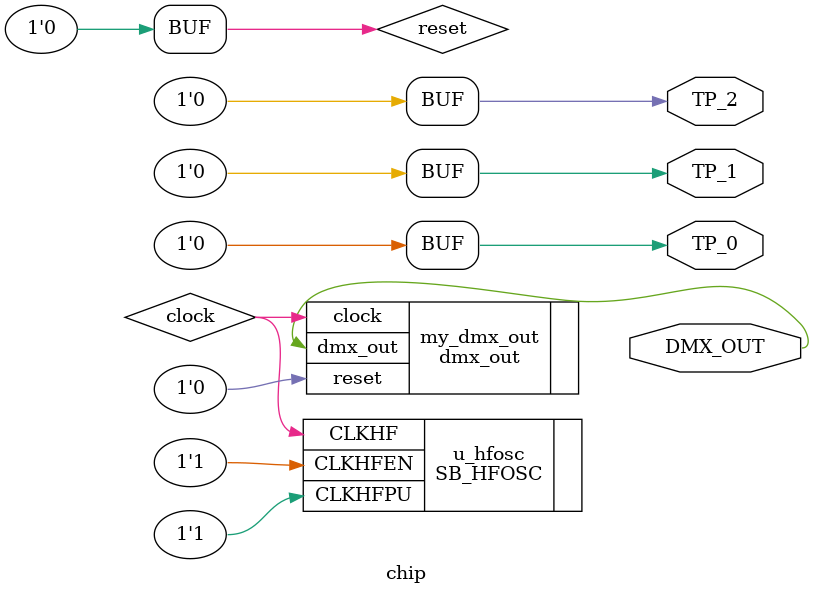
<source format=v>
module chip (
    output DMX_OUT,
    output TP_0,
    output TP_1,
    output TP_2,
);

    wire clock;
    wire reset;

    // Configure the clock for 48 MHz operation (TODO: Seems like 24MHz?)
	SB_HFOSC u_hfosc (
       	.CLKHFPU(1'b1),
       	.CLKHFEN(1'b1),
        .CLKHF(clock)
    );
//    defparam u_hfosc.CLKHF_DIV = 2'b01; // 00: 48MHz 01: 24MHz 10: 12MHz 11: 6MHz
    defparam u_hfosc.CLKHF_DIV = "0b00";

    // TODO: Hardware reset line
    assign reset = 0;

    assign TP_0 = 0;
    assign TP_1 = 0;
    assign TP_2 = 0;


    dmx_out my_dmx_out(
        .clock(clock),
        .reset(reset),
        .dmx_out(DMX_OUT)
    );
endmodule

</source>
